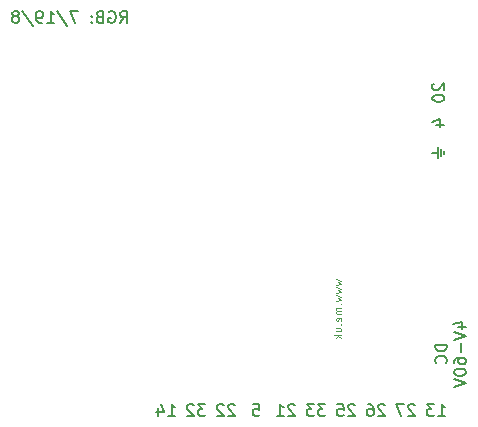
<source format=gbr>
%TF.GenerationSoftware,KiCad,Pcbnew,(6.0.2-0)*%
%TF.CreationDate,2022-03-18T09:48:19+00:00*%
%TF.ProjectId,Epaper213,45706170-6572-4323-9133-2e6b69636164,1*%
%TF.SameCoordinates,Original*%
%TF.FileFunction,Legend,Bot*%
%TF.FilePolarity,Positive*%
%FSLAX46Y46*%
G04 Gerber Fmt 4.6, Leading zero omitted, Abs format (unit mm)*
G04 Created by KiCad (PCBNEW (6.0.2-0)) date 2022-03-18 09:48:19*
%MOMM*%
%LPD*%
G01*
G04 APERTURE LIST*
%ADD10C,0.150000*%
%ADD11C,0.100000*%
G04 APERTURE END LIST*
D10*
X166504952Y-77755809D02*
X166504952Y-78708190D01*
X166790666Y-77946285D02*
X166790666Y-78517714D01*
X166076380Y-78232000D02*
X166504952Y-78232000D01*
X167076380Y-78327238D02*
X167076380Y-78136761D01*
X166409714Y-75882476D02*
X167076380Y-75882476D01*
X166028761Y-75644380D02*
X166743047Y-75406285D01*
X166743047Y-76025333D01*
X166171619Y-72390095D02*
X166124000Y-72437714D01*
X166076380Y-72532952D01*
X166076380Y-72771047D01*
X166124000Y-72866285D01*
X166171619Y-72913904D01*
X166266857Y-72961523D01*
X166362095Y-72961523D01*
X166504952Y-72913904D01*
X167076380Y-72342476D01*
X167076380Y-72961523D01*
X166076380Y-73580571D02*
X166076380Y-73675809D01*
X166124000Y-73771047D01*
X166171619Y-73818666D01*
X166266857Y-73866285D01*
X166457333Y-73913904D01*
X166695428Y-73913904D01*
X166885904Y-73866285D01*
X166981142Y-73818666D01*
X167028761Y-73771047D01*
X167076380Y-73675809D01*
X167076380Y-73580571D01*
X167028761Y-73485333D01*
X166981142Y-73437714D01*
X166885904Y-73390095D01*
X166695428Y-73342476D01*
X166457333Y-73342476D01*
X166266857Y-73390095D01*
X166171619Y-73437714D01*
X166124000Y-73485333D01*
X166076380Y-73580571D01*
X149351904Y-99623619D02*
X149304285Y-99576000D01*
X149209047Y-99528380D01*
X148970952Y-99528380D01*
X148875714Y-99576000D01*
X148828095Y-99623619D01*
X148780476Y-99718857D01*
X148780476Y-99814095D01*
X148828095Y-99956952D01*
X149399523Y-100528380D01*
X148780476Y-100528380D01*
X148399523Y-99623619D02*
X148351904Y-99576000D01*
X148256666Y-99528380D01*
X148018571Y-99528380D01*
X147923333Y-99576000D01*
X147875714Y-99623619D01*
X147828095Y-99718857D01*
X147828095Y-99814095D01*
X147875714Y-99956952D01*
X148447142Y-100528380D01*
X147828095Y-100528380D01*
X164591904Y-99623619D02*
X164544285Y-99576000D01*
X164449047Y-99528380D01*
X164210952Y-99528380D01*
X164115714Y-99576000D01*
X164068095Y-99623619D01*
X164020476Y-99718857D01*
X164020476Y-99814095D01*
X164068095Y-99956952D01*
X164639523Y-100528380D01*
X164020476Y-100528380D01*
X163687142Y-99528380D02*
X163020476Y-99528380D01*
X163449047Y-100528380D01*
X159511904Y-99623619D02*
X159464285Y-99576000D01*
X159369047Y-99528380D01*
X159130952Y-99528380D01*
X159035714Y-99576000D01*
X158988095Y-99623619D01*
X158940476Y-99718857D01*
X158940476Y-99814095D01*
X158988095Y-99956952D01*
X159559523Y-100528380D01*
X158940476Y-100528380D01*
X158035714Y-99528380D02*
X158511904Y-99528380D01*
X158559523Y-100004571D01*
X158511904Y-99956952D01*
X158416666Y-99909333D01*
X158178571Y-99909333D01*
X158083333Y-99956952D01*
X158035714Y-100004571D01*
X157988095Y-100099809D01*
X157988095Y-100337904D01*
X158035714Y-100433142D01*
X158083333Y-100480761D01*
X158178571Y-100528380D01*
X158416666Y-100528380D01*
X158511904Y-100480761D01*
X158559523Y-100433142D01*
X139643904Y-67254380D02*
X139977238Y-66778190D01*
X140215333Y-67254380D02*
X140215333Y-66254380D01*
X139834380Y-66254380D01*
X139739142Y-66302000D01*
X139691523Y-66349619D01*
X139643904Y-66444857D01*
X139643904Y-66587714D01*
X139691523Y-66682952D01*
X139739142Y-66730571D01*
X139834380Y-66778190D01*
X140215333Y-66778190D01*
X138691523Y-66302000D02*
X138786761Y-66254380D01*
X138929619Y-66254380D01*
X139072476Y-66302000D01*
X139167714Y-66397238D01*
X139215333Y-66492476D01*
X139262952Y-66682952D01*
X139262952Y-66825809D01*
X139215333Y-67016285D01*
X139167714Y-67111523D01*
X139072476Y-67206761D01*
X138929619Y-67254380D01*
X138834380Y-67254380D01*
X138691523Y-67206761D01*
X138643904Y-67159142D01*
X138643904Y-66825809D01*
X138834380Y-66825809D01*
X137882000Y-66730571D02*
X137739142Y-66778190D01*
X137691523Y-66825809D01*
X137643904Y-66921047D01*
X137643904Y-67063904D01*
X137691523Y-67159142D01*
X137739142Y-67206761D01*
X137834380Y-67254380D01*
X138215333Y-67254380D01*
X138215333Y-66254380D01*
X137882000Y-66254380D01*
X137786761Y-66302000D01*
X137739142Y-66349619D01*
X137691523Y-66444857D01*
X137691523Y-66540095D01*
X137739142Y-66635333D01*
X137786761Y-66682952D01*
X137882000Y-66730571D01*
X138215333Y-66730571D01*
X137215333Y-67159142D02*
X137167714Y-67206761D01*
X137215333Y-67254380D01*
X137262952Y-67206761D01*
X137215333Y-67159142D01*
X137215333Y-67254380D01*
X137215333Y-66635333D02*
X137167714Y-66682952D01*
X137215333Y-66730571D01*
X137262952Y-66682952D01*
X137215333Y-66635333D01*
X137215333Y-66730571D01*
X136072476Y-66254380D02*
X135405809Y-66254380D01*
X135834380Y-67254380D01*
X134310571Y-66206761D02*
X135167714Y-67492476D01*
X133453428Y-67254380D02*
X134024857Y-67254380D01*
X133739142Y-67254380D02*
X133739142Y-66254380D01*
X133834380Y-66397238D01*
X133929619Y-66492476D01*
X134024857Y-66540095D01*
X132977238Y-67254380D02*
X132786761Y-67254380D01*
X132691523Y-67206761D01*
X132643904Y-67159142D01*
X132548666Y-67016285D01*
X132501047Y-66825809D01*
X132501047Y-66444857D01*
X132548666Y-66349619D01*
X132596285Y-66302000D01*
X132691523Y-66254380D01*
X132882000Y-66254380D01*
X132977238Y-66302000D01*
X133024857Y-66349619D01*
X133072476Y-66444857D01*
X133072476Y-66682952D01*
X133024857Y-66778190D01*
X132977238Y-66825809D01*
X132882000Y-66873428D01*
X132691523Y-66873428D01*
X132596285Y-66825809D01*
X132548666Y-66778190D01*
X132501047Y-66682952D01*
X131358190Y-66206761D02*
X132215333Y-67492476D01*
X130882000Y-66682952D02*
X130977238Y-66635333D01*
X131024857Y-66587714D01*
X131072476Y-66492476D01*
X131072476Y-66444857D01*
X131024857Y-66349619D01*
X130977238Y-66302000D01*
X130882000Y-66254380D01*
X130691523Y-66254380D01*
X130596285Y-66302000D01*
X130548666Y-66349619D01*
X130501047Y-66444857D01*
X130501047Y-66492476D01*
X130548666Y-66587714D01*
X130596285Y-66635333D01*
X130691523Y-66682952D01*
X130882000Y-66682952D01*
X130977238Y-66730571D01*
X131024857Y-66778190D01*
X131072476Y-66873428D01*
X131072476Y-67063904D01*
X131024857Y-67159142D01*
X130977238Y-67206761D01*
X130882000Y-67254380D01*
X130691523Y-67254380D01*
X130596285Y-67206761D01*
X130548666Y-67159142D01*
X130501047Y-67063904D01*
X130501047Y-66873428D01*
X130548666Y-66778190D01*
X130596285Y-66730571D01*
X130691523Y-66682952D01*
X157019523Y-99528380D02*
X156400476Y-99528380D01*
X156733809Y-99909333D01*
X156590952Y-99909333D01*
X156495714Y-99956952D01*
X156448095Y-100004571D01*
X156400476Y-100099809D01*
X156400476Y-100337904D01*
X156448095Y-100433142D01*
X156495714Y-100480761D01*
X156590952Y-100528380D01*
X156876666Y-100528380D01*
X156971904Y-100480761D01*
X157019523Y-100433142D01*
X156067142Y-99528380D02*
X155448095Y-99528380D01*
X155781428Y-99909333D01*
X155638571Y-99909333D01*
X155543333Y-99956952D01*
X155495714Y-100004571D01*
X155448095Y-100099809D01*
X155448095Y-100337904D01*
X155495714Y-100433142D01*
X155543333Y-100480761D01*
X155638571Y-100528380D01*
X155924285Y-100528380D01*
X156019523Y-100480761D01*
X156067142Y-100433142D01*
X154431904Y-99623619D02*
X154384285Y-99576000D01*
X154289047Y-99528380D01*
X154050952Y-99528380D01*
X153955714Y-99576000D01*
X153908095Y-99623619D01*
X153860476Y-99718857D01*
X153860476Y-99814095D01*
X153908095Y-99956952D01*
X154479523Y-100528380D01*
X153860476Y-100528380D01*
X152908095Y-100528380D02*
X153479523Y-100528380D01*
X153193809Y-100528380D02*
X153193809Y-99528380D01*
X153289047Y-99671238D01*
X153384285Y-99766476D01*
X153479523Y-99814095D01*
X146859523Y-99528380D02*
X146240476Y-99528380D01*
X146573809Y-99909333D01*
X146430952Y-99909333D01*
X146335714Y-99956952D01*
X146288095Y-100004571D01*
X146240476Y-100099809D01*
X146240476Y-100337904D01*
X146288095Y-100433142D01*
X146335714Y-100480761D01*
X146430952Y-100528380D01*
X146716666Y-100528380D01*
X146811904Y-100480761D01*
X146859523Y-100433142D01*
X145859523Y-99623619D02*
X145811904Y-99576000D01*
X145716666Y-99528380D01*
X145478571Y-99528380D01*
X145383333Y-99576000D01*
X145335714Y-99623619D01*
X145288095Y-99718857D01*
X145288095Y-99814095D01*
X145335714Y-99956952D01*
X145907142Y-100528380D01*
X145288095Y-100528380D01*
X166560476Y-100528380D02*
X167131904Y-100528380D01*
X166846190Y-100528380D02*
X166846190Y-99528380D01*
X166941428Y-99671238D01*
X167036666Y-99766476D01*
X167131904Y-99814095D01*
X166227142Y-99528380D02*
X165608095Y-99528380D01*
X165941428Y-99909333D01*
X165798571Y-99909333D01*
X165703333Y-99956952D01*
X165655714Y-100004571D01*
X165608095Y-100099809D01*
X165608095Y-100337904D01*
X165655714Y-100433142D01*
X165703333Y-100480761D01*
X165798571Y-100528380D01*
X166084285Y-100528380D01*
X166179523Y-100480761D01*
X166227142Y-100433142D01*
X150891904Y-99528380D02*
X151368095Y-99528380D01*
X151415714Y-100004571D01*
X151368095Y-99956952D01*
X151272857Y-99909333D01*
X151034761Y-99909333D01*
X150939523Y-99956952D01*
X150891904Y-100004571D01*
X150844285Y-100099809D01*
X150844285Y-100337904D01*
X150891904Y-100433142D01*
X150939523Y-100480761D01*
X151034761Y-100528380D01*
X151272857Y-100528380D01*
X151368095Y-100480761D01*
X151415714Y-100433142D01*
X162051904Y-99623619D02*
X162004285Y-99576000D01*
X161909047Y-99528380D01*
X161670952Y-99528380D01*
X161575714Y-99576000D01*
X161528095Y-99623619D01*
X161480476Y-99718857D01*
X161480476Y-99814095D01*
X161528095Y-99956952D01*
X162099523Y-100528380D01*
X161480476Y-100528380D01*
X160623333Y-99528380D02*
X160813809Y-99528380D01*
X160909047Y-99576000D01*
X160956666Y-99623619D01*
X161051904Y-99766476D01*
X161099523Y-99956952D01*
X161099523Y-100337904D01*
X161051904Y-100433142D01*
X161004285Y-100480761D01*
X160909047Y-100528380D01*
X160718571Y-100528380D01*
X160623333Y-100480761D01*
X160575714Y-100433142D01*
X160528095Y-100337904D01*
X160528095Y-100099809D01*
X160575714Y-100004571D01*
X160623333Y-99956952D01*
X160718571Y-99909333D01*
X160909047Y-99909333D01*
X161004285Y-99956952D01*
X161051904Y-100004571D01*
X161099523Y-100099809D01*
X167287380Y-94488095D02*
X166287380Y-94488095D01*
X166287380Y-94726190D01*
X166335000Y-94869047D01*
X166430238Y-94964285D01*
X166525476Y-95011904D01*
X166715952Y-95059523D01*
X166858809Y-95059523D01*
X167049285Y-95011904D01*
X167144523Y-94964285D01*
X167239761Y-94869047D01*
X167287380Y-94726190D01*
X167287380Y-94488095D01*
X167192142Y-96059523D02*
X167239761Y-96011904D01*
X167287380Y-95869047D01*
X167287380Y-95773809D01*
X167239761Y-95630952D01*
X167144523Y-95535714D01*
X167049285Y-95488095D01*
X166858809Y-95440476D01*
X166715952Y-95440476D01*
X166525476Y-95488095D01*
X166430238Y-95535714D01*
X166335000Y-95630952D01*
X166287380Y-95773809D01*
X166287380Y-95869047D01*
X166335000Y-96011904D01*
X166382619Y-96059523D01*
X168230714Y-93011904D02*
X168897380Y-93011904D01*
X167849761Y-92773809D02*
X168564047Y-92535714D01*
X168564047Y-93154761D01*
X167897380Y-93392857D02*
X168897380Y-93726190D01*
X167897380Y-94059523D01*
X168516428Y-94392857D02*
X168516428Y-95154761D01*
X167897380Y-96059523D02*
X167897380Y-95869047D01*
X167945000Y-95773809D01*
X167992619Y-95726190D01*
X168135476Y-95630952D01*
X168325952Y-95583333D01*
X168706904Y-95583333D01*
X168802142Y-95630952D01*
X168849761Y-95678571D01*
X168897380Y-95773809D01*
X168897380Y-95964285D01*
X168849761Y-96059523D01*
X168802142Y-96107142D01*
X168706904Y-96154761D01*
X168468809Y-96154761D01*
X168373571Y-96107142D01*
X168325952Y-96059523D01*
X168278333Y-95964285D01*
X168278333Y-95773809D01*
X168325952Y-95678571D01*
X168373571Y-95630952D01*
X168468809Y-95583333D01*
X167897380Y-96773809D02*
X167897380Y-96869047D01*
X167945000Y-96964285D01*
X167992619Y-97011904D01*
X168087857Y-97059523D01*
X168278333Y-97107142D01*
X168516428Y-97107142D01*
X168706904Y-97059523D01*
X168802142Y-97011904D01*
X168849761Y-96964285D01*
X168897380Y-96869047D01*
X168897380Y-96773809D01*
X168849761Y-96678571D01*
X168802142Y-96630952D01*
X168706904Y-96583333D01*
X168516428Y-96535714D01*
X168278333Y-96535714D01*
X168087857Y-96583333D01*
X167992619Y-96630952D01*
X167945000Y-96678571D01*
X167897380Y-96773809D01*
X167897380Y-97392857D02*
X168897380Y-97726190D01*
X167897380Y-98059523D01*
X143700476Y-100528380D02*
X144271904Y-100528380D01*
X143986190Y-100528380D02*
X143986190Y-99528380D01*
X144081428Y-99671238D01*
X144176666Y-99766476D01*
X144271904Y-99814095D01*
X142843333Y-99861714D02*
X142843333Y-100528380D01*
X143081428Y-99480761D02*
X143319523Y-100195047D01*
X142700476Y-100195047D01*
D11*
%TO.C,Logo2*%
X157921714Y-88952857D02*
X158355047Y-89076666D01*
X158045523Y-89200476D01*
X158355047Y-89324285D01*
X157921714Y-89448095D01*
X157921714Y-89633809D02*
X158355047Y-89757619D01*
X158045523Y-89881428D01*
X158355047Y-90005238D01*
X157921714Y-90129047D01*
X157921714Y-90314761D02*
X158355047Y-90438571D01*
X158045523Y-90562380D01*
X158355047Y-90686190D01*
X157921714Y-90810000D01*
X158293142Y-91057619D02*
X158324095Y-91088571D01*
X158355047Y-91057619D01*
X158324095Y-91026666D01*
X158293142Y-91057619D01*
X158355047Y-91057619D01*
X158355047Y-91367142D02*
X157921714Y-91367142D01*
X157983619Y-91367142D02*
X157952666Y-91398095D01*
X157921714Y-91460000D01*
X157921714Y-91552857D01*
X157952666Y-91614761D01*
X158014571Y-91645714D01*
X158355047Y-91645714D01*
X158014571Y-91645714D02*
X157952666Y-91676666D01*
X157921714Y-91738571D01*
X157921714Y-91831428D01*
X157952666Y-91893333D01*
X158014571Y-91924285D01*
X158355047Y-91924285D01*
X158324095Y-92481428D02*
X158355047Y-92419523D01*
X158355047Y-92295714D01*
X158324095Y-92233809D01*
X158262190Y-92202857D01*
X158014571Y-92202857D01*
X157952666Y-92233809D01*
X157921714Y-92295714D01*
X157921714Y-92419523D01*
X157952666Y-92481428D01*
X158014571Y-92512380D01*
X158076476Y-92512380D01*
X158138380Y-92202857D01*
X158293142Y-92790952D02*
X158324095Y-92821904D01*
X158355047Y-92790952D01*
X158324095Y-92760000D01*
X158293142Y-92790952D01*
X158355047Y-92790952D01*
X157921714Y-93379047D02*
X158355047Y-93379047D01*
X157921714Y-93100476D02*
X158262190Y-93100476D01*
X158324095Y-93131428D01*
X158355047Y-93193333D01*
X158355047Y-93286190D01*
X158324095Y-93348095D01*
X158293142Y-93379047D01*
X158355047Y-93688571D02*
X157705047Y-93688571D01*
X158107428Y-93750476D02*
X158355047Y-93936190D01*
X157921714Y-93936190D02*
X158169333Y-93688571D01*
%TD*%
M02*

</source>
